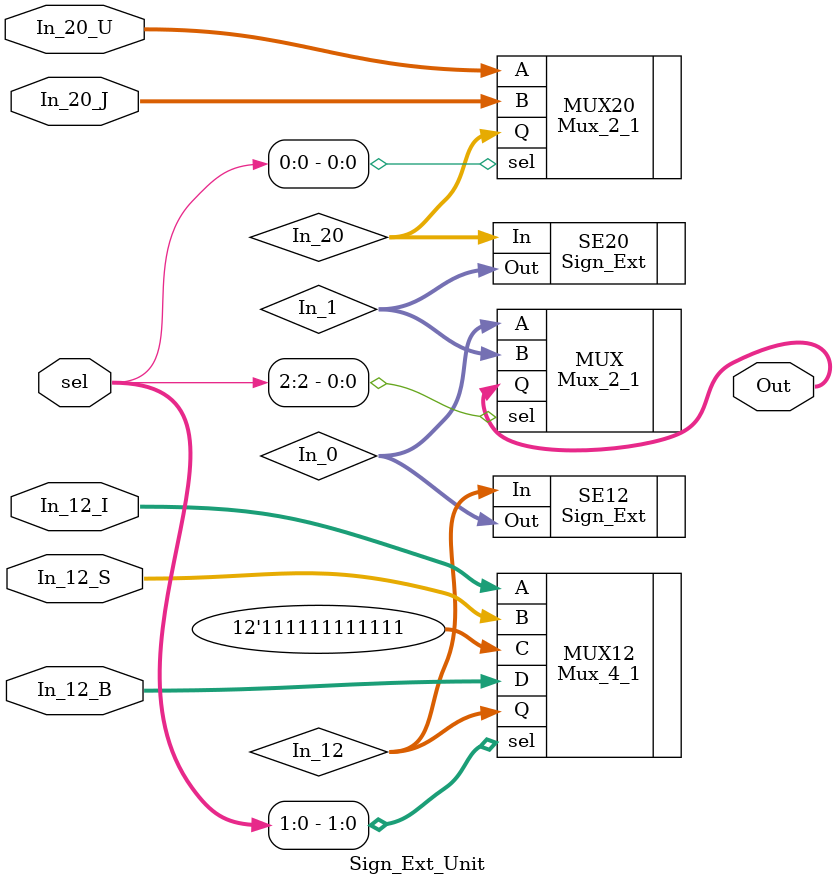
<source format=sv>

module Sign_Ext_Unit #(parameter IN_WIDTH_1 = 12, parameter IN_WIDTH_2 = 20, parameter OUT_WIDTH = 32) (
	//Input
	input [IN_WIDTH_1-1:0]	In_12_I,
	input [IN_WIDTH_1-1:0]	In_12_S,
	input [IN_WIDTH_1-1:0]	In_12_B,
	input [IN_WIDTH_2-1:0]	In_20_U,
	input [IN_WIDTH_2-1:0]	In_20_J,
	input [2:0]				sel,
	//Output
	output [OUT_WIDTH-1:0]	Out
);

    //Wires for selected inputs
    wire[OUT_WIDTH-1:0] In_12;
    wire[OUT_WIDTH-1:0] In_20;

	//Selector of Instruction Format
    Mux_4_1 #(.DATA_WIDTH(IN_WIDTH_1)) MUX12 (
        .A(In_12_I),
        .B(In_12_S),
        .C({IN_WIDTH_1{1'b1}}),
        .D(In_12_B),
        .sel(sel[1:0]),
        .Q(In_12)
    );

	Mux_2_1 #(.DATA_WIDTH(IN_WIDTH_2)) MUX20 (
        .A(In_20_U),
        .B(In_20_J),
        .sel(sel[0]),
        .Q(In_20)
    );

    //Wires for sign extended values
    wire[OUT_WIDTH-1:0] In_0;
    wire[OUT_WIDTH-1:0] In_1;

	//Assign the output as the selected sign extended value
	Sign_Ext #(.IN_WIDTH(IN_WIDTH_1), .OUT_WIDTH(OUT_WIDTH)) SE12 (
		.In(In_12),
		.Out(In_0)
	);

	Sign_Ext #(.IN_WIDTH(IN_WIDTH_2), .OUT_WIDTH(OUT_WIDTH)) SE20 (
		.In(In_20),
		.Out(In_1)
	);

	Mux_2_1 #(.DATA_WIDTH(OUT_WIDTH)) MUX (
        .A(In_0),
        .B(In_1),
        .sel(sel[2]),
        .Q(Out)
    );

endmodule
</source>
